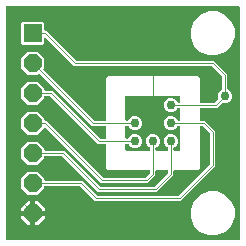
<source format=gbr>
G04 EAGLE Gerber RS-274X export*
G75*
%MOMM*%
%FSLAX34Y34*%
%LPD*%
%INBottom Copper*%
%IPPOS*%
%AMOC8*
5,1,8,0,0,1.08239X$1,22.5*%
G01*
%ADD10R,1.524000X1.524000*%
%ADD11P,1.649562X8X22.500000*%
%ADD12C,0.025400*%
%ADD13C,0.762000*%
%ADD14C,0.012700*%

G36*
X199702Y2549D02*
X199702Y2549D01*
X199760Y2547D01*
X199842Y2569D01*
X199926Y2581D01*
X199979Y2604D01*
X200035Y2619D01*
X200108Y2662D01*
X200185Y2697D01*
X200230Y2735D01*
X200280Y2764D01*
X200338Y2826D01*
X200402Y2880D01*
X200434Y2929D01*
X200474Y2972D01*
X200513Y3047D01*
X200560Y3117D01*
X200577Y3173D01*
X200604Y3225D01*
X200615Y3293D01*
X200645Y3388D01*
X200648Y3488D01*
X200659Y3556D01*
X200659Y199644D01*
X200651Y199702D01*
X200653Y199760D01*
X200631Y199842D01*
X200619Y199926D01*
X200596Y199979D01*
X200581Y200035D01*
X200538Y200108D01*
X200503Y200185D01*
X200465Y200230D01*
X200436Y200280D01*
X200374Y200338D01*
X200320Y200402D01*
X200271Y200434D01*
X200228Y200474D01*
X200153Y200513D01*
X200083Y200560D01*
X200027Y200577D01*
X199975Y200604D01*
X199907Y200615D01*
X199812Y200645D01*
X199712Y200648D01*
X199644Y200659D01*
X3556Y200659D01*
X3498Y200651D01*
X3440Y200653D01*
X3358Y200631D01*
X3274Y200619D01*
X3221Y200596D01*
X3165Y200581D01*
X3092Y200538D01*
X3015Y200503D01*
X2970Y200465D01*
X2920Y200436D01*
X2862Y200374D01*
X2798Y200320D01*
X2766Y200271D01*
X2726Y200228D01*
X2687Y200153D01*
X2640Y200083D01*
X2623Y200027D01*
X2596Y199975D01*
X2585Y199907D01*
X2555Y199812D01*
X2552Y199712D01*
X2541Y199644D01*
X2541Y3556D01*
X2549Y3498D01*
X2547Y3440D01*
X2569Y3358D01*
X2581Y3274D01*
X2604Y3221D01*
X2619Y3165D01*
X2662Y3092D01*
X2697Y3015D01*
X2735Y2970D01*
X2764Y2920D01*
X2826Y2862D01*
X2880Y2798D01*
X2929Y2766D01*
X2972Y2726D01*
X3047Y2687D01*
X3117Y2640D01*
X3173Y2623D01*
X3225Y2596D01*
X3293Y2585D01*
X3388Y2555D01*
X3488Y2552D01*
X3556Y2541D01*
X199644Y2541D01*
X199702Y2549D01*
G37*
%LPC*%
G36*
X77845Y35940D02*
X77845Y35940D01*
X65443Y48343D01*
X65373Y48395D01*
X65309Y48455D01*
X65260Y48481D01*
X65216Y48514D01*
X65134Y48545D01*
X65056Y48585D01*
X65008Y48593D01*
X64950Y48615D01*
X64802Y48627D01*
X64725Y48640D01*
X36068Y48640D01*
X36010Y48632D01*
X35952Y48634D01*
X35870Y48612D01*
X35786Y48600D01*
X35733Y48577D01*
X35677Y48562D01*
X35604Y48519D01*
X35527Y48484D01*
X35482Y48446D01*
X35432Y48417D01*
X35374Y48355D01*
X35310Y48301D01*
X35278Y48252D01*
X35238Y48209D01*
X35199Y48134D01*
X35152Y48064D01*
X35135Y48008D01*
X35108Y47956D01*
X35097Y47888D01*
X35067Y47793D01*
X35064Y47693D01*
X35053Y47625D01*
X35053Y46802D01*
X29398Y41147D01*
X21402Y41147D01*
X15747Y46802D01*
X15747Y54798D01*
X21402Y60453D01*
X29398Y60453D01*
X35053Y54798D01*
X35053Y53975D01*
X35061Y53917D01*
X35059Y53859D01*
X35081Y53777D01*
X35093Y53693D01*
X35116Y53640D01*
X35131Y53584D01*
X35174Y53511D01*
X35209Y53434D01*
X35247Y53389D01*
X35276Y53339D01*
X35338Y53281D01*
X35392Y53217D01*
X35441Y53185D01*
X35484Y53145D01*
X35559Y53106D01*
X35629Y53059D01*
X35685Y53042D01*
X35737Y53015D01*
X35805Y53004D01*
X35900Y52974D01*
X36000Y52971D01*
X36068Y52960D01*
X66935Y52960D01*
X79337Y40557D01*
X79407Y40505D01*
X79471Y40445D01*
X79520Y40419D01*
X79564Y40386D01*
X79646Y40355D01*
X79724Y40315D01*
X79772Y40307D01*
X79830Y40285D01*
X79978Y40273D01*
X80055Y40260D01*
X148545Y40260D01*
X148631Y40272D01*
X148719Y40275D01*
X148772Y40292D01*
X148826Y40300D01*
X148906Y40335D01*
X148989Y40362D01*
X149029Y40390D01*
X149086Y40416D01*
X149199Y40512D01*
X149263Y40557D01*
X175343Y66637D01*
X175395Y66707D01*
X175455Y66771D01*
X175481Y66820D01*
X175514Y66864D01*
X175545Y66946D01*
X175585Y67024D01*
X175593Y67072D01*
X175615Y67130D01*
X175627Y67278D01*
X175640Y67355D01*
X175640Y92665D01*
X175628Y92751D01*
X175625Y92839D01*
X175608Y92892D01*
X175600Y92946D01*
X175565Y93026D01*
X175538Y93109D01*
X175510Y93149D01*
X175484Y93206D01*
X175388Y93319D01*
X175343Y93383D01*
X169583Y99143D01*
X169513Y99195D01*
X169449Y99255D01*
X169400Y99281D01*
X169356Y99314D01*
X169274Y99345D01*
X169196Y99385D01*
X169148Y99393D01*
X169090Y99415D01*
X168942Y99427D01*
X168865Y99440D01*
X167513Y99440D01*
X167455Y99432D01*
X167397Y99434D01*
X167315Y99412D01*
X167231Y99400D01*
X167178Y99377D01*
X167122Y99362D01*
X167049Y99319D01*
X166972Y99284D01*
X166927Y99246D01*
X166877Y99217D01*
X166819Y99155D01*
X166755Y99101D01*
X166723Y99052D01*
X166683Y99009D01*
X166644Y98934D01*
X166597Y98864D01*
X166580Y98808D01*
X166553Y98756D01*
X166542Y98688D01*
X166512Y98593D01*
X166509Y98493D01*
X166498Y98425D01*
X166498Y63293D01*
X165307Y62102D01*
X151143Y62102D01*
X151137Y62103D01*
X145415Y62103D01*
X145357Y62095D01*
X145299Y62097D01*
X145217Y62075D01*
X145133Y62063D01*
X145080Y62040D01*
X145024Y62025D01*
X144951Y61982D01*
X144874Y61947D01*
X144829Y61909D01*
X144779Y61880D01*
X144721Y61818D01*
X144657Y61764D01*
X144625Y61715D01*
X144585Y61672D01*
X144546Y61597D01*
X144499Y61527D01*
X144482Y61471D01*
X144455Y61419D01*
X144444Y61351D01*
X144414Y61256D01*
X144411Y61156D01*
X144400Y61088D01*
X144400Y57525D01*
X130435Y43560D01*
X80385Y43560D01*
X50203Y73743D01*
X50133Y73795D01*
X50069Y73855D01*
X50020Y73881D01*
X49976Y73914D01*
X49894Y73945D01*
X49816Y73985D01*
X49768Y73993D01*
X49710Y74015D01*
X49562Y74027D01*
X49485Y74040D01*
X36068Y74040D01*
X36010Y74032D01*
X35952Y74034D01*
X35870Y74012D01*
X35786Y74000D01*
X35733Y73977D01*
X35677Y73962D01*
X35604Y73919D01*
X35527Y73884D01*
X35482Y73846D01*
X35432Y73817D01*
X35374Y73755D01*
X35310Y73701D01*
X35278Y73652D01*
X35238Y73609D01*
X35199Y73534D01*
X35152Y73464D01*
X35135Y73408D01*
X35108Y73356D01*
X35097Y73288D01*
X35067Y73193D01*
X35064Y73093D01*
X35053Y73025D01*
X35053Y72202D01*
X29398Y66547D01*
X21402Y66547D01*
X15747Y72202D01*
X15747Y80198D01*
X21402Y85853D01*
X29398Y85853D01*
X35053Y80198D01*
X35053Y79375D01*
X35061Y79317D01*
X35059Y79259D01*
X35081Y79177D01*
X35093Y79093D01*
X35116Y79040D01*
X35131Y78984D01*
X35174Y78911D01*
X35209Y78834D01*
X35247Y78789D01*
X35276Y78739D01*
X35338Y78681D01*
X35392Y78617D01*
X35441Y78585D01*
X35484Y78545D01*
X35559Y78506D01*
X35629Y78459D01*
X35685Y78442D01*
X35737Y78415D01*
X35805Y78404D01*
X35900Y78374D01*
X36000Y78371D01*
X36068Y78360D01*
X51695Y78360D01*
X81877Y48177D01*
X81947Y48125D01*
X82011Y48065D01*
X82060Y48039D01*
X82104Y48006D01*
X82186Y47975D01*
X82264Y47935D01*
X82312Y47927D01*
X82370Y47905D01*
X82518Y47893D01*
X82595Y47880D01*
X128225Y47880D01*
X128311Y47892D01*
X128399Y47895D01*
X128452Y47912D01*
X128506Y47920D01*
X128586Y47955D01*
X128669Y47982D01*
X128709Y48010D01*
X128766Y48036D01*
X128879Y48132D01*
X128943Y48177D01*
X139783Y59017D01*
X139835Y59087D01*
X139895Y59151D01*
X139921Y59200D01*
X139954Y59244D01*
X139985Y59326D01*
X140025Y59404D01*
X140033Y59452D01*
X140055Y59510D01*
X140067Y59658D01*
X140080Y59735D01*
X140080Y61088D01*
X140072Y61146D01*
X140074Y61204D01*
X140052Y61286D01*
X140040Y61370D01*
X140017Y61423D01*
X140002Y61479D01*
X139959Y61552D01*
X139924Y61629D01*
X139886Y61674D01*
X139857Y61724D01*
X139795Y61782D01*
X139741Y61846D01*
X139692Y61878D01*
X139649Y61918D01*
X139574Y61957D01*
X139504Y62004D01*
X139448Y62021D01*
X139396Y62048D01*
X139328Y62059D01*
X139233Y62089D01*
X139133Y62092D01*
X139065Y62103D01*
X130175Y62103D01*
X130117Y62095D01*
X130059Y62097D01*
X129977Y62075D01*
X129893Y62063D01*
X129840Y62040D01*
X129784Y62025D01*
X129711Y61982D01*
X129634Y61947D01*
X129589Y61909D01*
X129539Y61880D01*
X129481Y61818D01*
X129417Y61764D01*
X129385Y61715D01*
X129345Y61672D01*
X129306Y61597D01*
X129259Y61527D01*
X129242Y61471D01*
X129215Y61419D01*
X129204Y61351D01*
X129174Y61256D01*
X129171Y61156D01*
X129160Y61088D01*
X129160Y57525D01*
X122815Y51180D01*
X82925Y51180D01*
X36496Y97609D01*
X36450Y97645D01*
X36409Y97687D01*
X36336Y97730D01*
X36269Y97780D01*
X36214Y97801D01*
X36164Y97831D01*
X36082Y97851D01*
X36003Y97882D01*
X35945Y97886D01*
X35888Y97901D01*
X35804Y97898D01*
X35720Y97905D01*
X35663Y97894D01*
X35604Y97892D01*
X35524Y97866D01*
X35441Y97849D01*
X35389Y97822D01*
X35334Y97804D01*
X35278Y97764D01*
X35189Y97718D01*
X35117Y97650D01*
X35060Y97609D01*
X29398Y91947D01*
X21402Y91947D01*
X15747Y97602D01*
X15747Y105598D01*
X21402Y111253D01*
X29398Y111253D01*
X35053Y105598D01*
X35053Y104775D01*
X35061Y104717D01*
X35059Y104659D01*
X35081Y104577D01*
X35093Y104493D01*
X35116Y104440D01*
X35131Y104384D01*
X35174Y104311D01*
X35209Y104234D01*
X35247Y104189D01*
X35276Y104139D01*
X35338Y104081D01*
X35392Y104017D01*
X35441Y103985D01*
X35484Y103945D01*
X35559Y103906D01*
X35629Y103859D01*
X35685Y103842D01*
X35737Y103815D01*
X35805Y103804D01*
X35900Y103774D01*
X36000Y103771D01*
X36068Y103760D01*
X36455Y103760D01*
X84417Y55797D01*
X84487Y55745D01*
X84551Y55685D01*
X84600Y55659D01*
X84644Y55626D01*
X84726Y55595D01*
X84804Y55555D01*
X84852Y55547D01*
X84910Y55525D01*
X85058Y55513D01*
X85135Y55500D01*
X120605Y55500D01*
X120691Y55512D01*
X120779Y55515D01*
X120832Y55532D01*
X120886Y55540D01*
X120966Y55575D01*
X121049Y55602D01*
X121089Y55630D01*
X121146Y55656D01*
X121259Y55752D01*
X121323Y55797D01*
X124543Y59017D01*
X124595Y59087D01*
X124655Y59151D01*
X124681Y59200D01*
X124714Y59244D01*
X124745Y59326D01*
X124785Y59404D01*
X124793Y59452D01*
X124815Y59510D01*
X124827Y59658D01*
X124840Y59735D01*
X124840Y61088D01*
X124832Y61146D01*
X124834Y61204D01*
X124812Y61286D01*
X124800Y61370D01*
X124777Y61423D01*
X124762Y61479D01*
X124719Y61552D01*
X124684Y61629D01*
X124646Y61674D01*
X124617Y61724D01*
X124555Y61782D01*
X124501Y61846D01*
X124452Y61878D01*
X124409Y61918D01*
X124334Y61957D01*
X124264Y62004D01*
X124208Y62021D01*
X124156Y62048D01*
X124088Y62059D01*
X123993Y62089D01*
X123893Y62092D01*
X123825Y62103D01*
X102864Y62103D01*
X102856Y62102D01*
X88694Y62102D01*
X87502Y63294D01*
X87502Y77458D01*
X87503Y77464D01*
X87503Y83185D01*
X87495Y83243D01*
X87497Y83301D01*
X87475Y83383D01*
X87463Y83467D01*
X87440Y83520D01*
X87425Y83576D01*
X87382Y83649D01*
X87347Y83726D01*
X87309Y83771D01*
X87280Y83821D01*
X87218Y83879D01*
X87164Y83943D01*
X87115Y83975D01*
X87072Y84015D01*
X86997Y84054D01*
X86927Y84101D01*
X86871Y84118D01*
X86819Y84145D01*
X86751Y84156D01*
X86656Y84186D01*
X86556Y84189D01*
X86488Y84200D01*
X80385Y84200D01*
X40043Y124543D01*
X39973Y124595D01*
X39909Y124655D01*
X39860Y124681D01*
X39816Y124714D01*
X39734Y124745D01*
X39656Y124785D01*
X39608Y124793D01*
X39550Y124815D01*
X39402Y124827D01*
X39325Y124840D01*
X36068Y124840D01*
X36010Y124832D01*
X35952Y124834D01*
X35870Y124812D01*
X35786Y124800D01*
X35733Y124777D01*
X35677Y124762D01*
X35604Y124719D01*
X35527Y124684D01*
X35482Y124646D01*
X35432Y124617D01*
X35374Y124555D01*
X35310Y124501D01*
X35278Y124452D01*
X35238Y124409D01*
X35199Y124334D01*
X35152Y124264D01*
X35135Y124208D01*
X35108Y124156D01*
X35097Y124088D01*
X35067Y123993D01*
X35064Y123893D01*
X35053Y123825D01*
X35053Y123002D01*
X29398Y117347D01*
X21402Y117347D01*
X15747Y123002D01*
X15747Y130998D01*
X21402Y136653D01*
X29398Y136653D01*
X35053Y130998D01*
X35053Y130175D01*
X35061Y130117D01*
X35059Y130059D01*
X35081Y129977D01*
X35093Y129893D01*
X35116Y129840D01*
X35131Y129784D01*
X35174Y129711D01*
X35209Y129634D01*
X35247Y129589D01*
X35276Y129539D01*
X35338Y129481D01*
X35392Y129417D01*
X35441Y129385D01*
X35484Y129345D01*
X35559Y129306D01*
X35629Y129259D01*
X35685Y129242D01*
X35737Y129215D01*
X35805Y129204D01*
X35900Y129174D01*
X36000Y129171D01*
X36068Y129160D01*
X41535Y129160D01*
X81877Y88817D01*
X81947Y88765D01*
X82011Y88705D01*
X82060Y88679D01*
X82104Y88646D01*
X82186Y88615D01*
X82264Y88575D01*
X82312Y88567D01*
X82370Y88545D01*
X82518Y88533D01*
X82595Y88520D01*
X86488Y88520D01*
X86546Y88528D01*
X86604Y88526D01*
X86686Y88548D01*
X86770Y88560D01*
X86823Y88583D01*
X86879Y88598D01*
X86952Y88641D01*
X87029Y88676D01*
X87074Y88714D01*
X87124Y88743D01*
X87182Y88805D01*
X87246Y88859D01*
X87278Y88908D01*
X87318Y88951D01*
X87357Y89026D01*
X87404Y89096D01*
X87421Y89152D01*
X87448Y89204D01*
X87459Y89272D01*
X87489Y89367D01*
X87492Y89467D01*
X87503Y89535D01*
X87503Y98425D01*
X87495Y98483D01*
X87497Y98541D01*
X87475Y98623D01*
X87463Y98707D01*
X87440Y98760D01*
X87425Y98816D01*
X87382Y98889D01*
X87347Y98966D01*
X87309Y99011D01*
X87280Y99061D01*
X87218Y99119D01*
X87164Y99183D01*
X87115Y99215D01*
X87072Y99255D01*
X86997Y99294D01*
X86927Y99341D01*
X86871Y99358D01*
X86819Y99385D01*
X86751Y99396D01*
X86656Y99426D01*
X86556Y99429D01*
X86488Y99440D01*
X75305Y99440D01*
X31416Y143329D01*
X31370Y143365D01*
X31329Y143407D01*
X31256Y143450D01*
X31189Y143500D01*
X31134Y143521D01*
X31084Y143551D01*
X31002Y143572D01*
X30923Y143602D01*
X30865Y143606D01*
X30808Y143621D01*
X30724Y143618D01*
X30640Y143625D01*
X30583Y143614D01*
X30524Y143612D01*
X30444Y143586D01*
X30361Y143569D01*
X30309Y143542D01*
X30254Y143524D01*
X30197Y143484D01*
X30109Y143438D01*
X30037Y143370D01*
X29980Y143329D01*
X29398Y142747D01*
X21402Y142747D01*
X15747Y148402D01*
X15747Y156398D01*
X21402Y162053D01*
X29398Y162053D01*
X35053Y156398D01*
X35053Y148402D01*
X34471Y147820D01*
X34435Y147773D01*
X34393Y147733D01*
X34350Y147660D01*
X34300Y147592D01*
X34279Y147538D01*
X34249Y147487D01*
X34229Y147406D01*
X34198Y147327D01*
X34194Y147268D01*
X34179Y147212D01*
X34182Y147127D01*
X34175Y147043D01*
X34186Y146986D01*
X34188Y146928D01*
X34214Y146847D01*
X34231Y146765D01*
X34258Y146713D01*
X34276Y146657D01*
X34316Y146601D01*
X34362Y146512D01*
X34431Y146440D01*
X34471Y146384D01*
X76797Y104057D01*
X76867Y104005D01*
X76931Y103945D01*
X76980Y103919D01*
X77024Y103886D01*
X77106Y103855D01*
X77184Y103815D01*
X77232Y103807D01*
X77290Y103785D01*
X77438Y103773D01*
X77515Y103760D01*
X86488Y103760D01*
X86546Y103768D01*
X86604Y103766D01*
X86686Y103788D01*
X86770Y103800D01*
X86823Y103823D01*
X86879Y103838D01*
X86952Y103881D01*
X87029Y103916D01*
X87074Y103954D01*
X87124Y103983D01*
X87182Y104045D01*
X87246Y104099D01*
X87278Y104148D01*
X87318Y104191D01*
X87357Y104266D01*
X87404Y104336D01*
X87421Y104392D01*
X87448Y104444D01*
X87459Y104512D01*
X87489Y104607D01*
X87492Y104707D01*
X87503Y104775D01*
X87503Y125737D01*
X87502Y125745D01*
X87502Y139907D01*
X88693Y141098D01*
X165307Y141098D01*
X166498Y139907D01*
X166498Y120015D01*
X166506Y119957D01*
X166504Y119899D01*
X166526Y119817D01*
X166538Y119733D01*
X166561Y119680D01*
X166576Y119624D01*
X166619Y119551D01*
X166654Y119474D01*
X166692Y119429D01*
X166721Y119379D01*
X166783Y119321D01*
X166837Y119257D01*
X166886Y119225D01*
X166929Y119185D01*
X167004Y119146D01*
X167074Y119099D01*
X167130Y119082D01*
X167182Y119055D01*
X167250Y119044D01*
X167345Y119014D01*
X167445Y119011D01*
X167513Y119000D01*
X179025Y119000D01*
X179111Y119012D01*
X179199Y119015D01*
X179252Y119032D01*
X179306Y119040D01*
X179386Y119075D01*
X179469Y119102D01*
X179509Y119130D01*
X179566Y119156D01*
X179679Y119252D01*
X179743Y119297D01*
X182114Y121668D01*
X182115Y121669D01*
X182116Y121670D01*
X182205Y121789D01*
X182285Y121895D01*
X182285Y121897D01*
X182286Y121898D01*
X182336Y122030D01*
X182386Y122161D01*
X182386Y122163D01*
X182387Y122164D01*
X182398Y122300D01*
X182410Y122444D01*
X182409Y122446D01*
X182409Y122448D01*
X182406Y122462D01*
X182354Y122723D01*
X182340Y122750D01*
X182334Y122775D01*
X182117Y123298D01*
X182117Y125622D01*
X183007Y127770D01*
X184650Y129413D01*
X185174Y129630D01*
X185175Y129631D01*
X185176Y129631D01*
X185293Y129700D01*
X185418Y129774D01*
X185420Y129776D01*
X185421Y129776D01*
X185516Y129878D01*
X185614Y129981D01*
X185614Y129983D01*
X185615Y129984D01*
X185680Y130109D01*
X185744Y130234D01*
X185744Y130235D01*
X185745Y130237D01*
X185747Y130252D01*
X185799Y130513D01*
X185796Y130543D01*
X185800Y130568D01*
X185800Y140925D01*
X185788Y141011D01*
X185785Y141099D01*
X185768Y141152D01*
X185760Y141206D01*
X185725Y141286D01*
X185698Y141369D01*
X185670Y141409D01*
X185644Y141466D01*
X185548Y141579D01*
X185503Y141643D01*
X177203Y149943D01*
X177133Y149995D01*
X177069Y150055D01*
X177020Y150081D01*
X176976Y150114D01*
X176894Y150145D01*
X176816Y150185D01*
X176768Y150193D01*
X176710Y150215D01*
X176562Y150227D01*
X176485Y150240D01*
X60065Y150240D01*
X36786Y173520D01*
X36762Y173537D01*
X36743Y173560D01*
X36649Y173623D01*
X36559Y173691D01*
X36531Y173701D01*
X36507Y173717D01*
X36399Y173752D01*
X36293Y173792D01*
X36264Y173794D01*
X36236Y173803D01*
X36122Y173806D01*
X36010Y173815D01*
X35981Y173810D01*
X35952Y173810D01*
X35842Y173782D01*
X35731Y173760D01*
X35705Y173746D01*
X35677Y173739D01*
X35579Y173681D01*
X35479Y173629D01*
X35457Y173608D01*
X35432Y173593D01*
X35355Y173511D01*
X35273Y173433D01*
X35258Y173407D01*
X35238Y173386D01*
X35186Y173285D01*
X35129Y173188D01*
X35122Y173159D01*
X35108Y173133D01*
X35095Y173056D01*
X35059Y172912D01*
X35061Y172850D01*
X35053Y172802D01*
X35053Y169338D01*
X33862Y168147D01*
X16938Y168147D01*
X15747Y169338D01*
X15747Y186262D01*
X16938Y187453D01*
X33862Y187453D01*
X35053Y186262D01*
X35053Y180975D01*
X35061Y180917D01*
X35059Y180859D01*
X35081Y180777D01*
X35093Y180693D01*
X35116Y180640D01*
X35131Y180584D01*
X35174Y180511D01*
X35209Y180434D01*
X35247Y180389D01*
X35276Y180339D01*
X35338Y180281D01*
X35392Y180217D01*
X35441Y180185D01*
X35484Y180145D01*
X35559Y180106D01*
X35629Y180059D01*
X35685Y180042D01*
X35737Y180015D01*
X35805Y180004D01*
X35900Y179974D01*
X36000Y179971D01*
X36068Y179960D01*
X36455Y179960D01*
X38017Y178397D01*
X61557Y154857D01*
X61627Y154805D01*
X61691Y154745D01*
X61740Y154719D01*
X61784Y154686D01*
X61866Y154655D01*
X61944Y154615D01*
X61992Y154607D01*
X62050Y154585D01*
X62198Y154573D01*
X62275Y154560D01*
X178695Y154560D01*
X190120Y143135D01*
X190120Y130568D01*
X190120Y130566D01*
X190120Y130565D01*
X190140Y130424D01*
X190160Y130286D01*
X190160Y130285D01*
X190160Y130283D01*
X190219Y130154D01*
X190276Y130027D01*
X190277Y130026D01*
X190278Y130024D01*
X190368Y129918D01*
X190459Y129810D01*
X190461Y129809D01*
X190462Y129808D01*
X190474Y129800D01*
X190696Y129652D01*
X190725Y129643D01*
X190746Y129630D01*
X191270Y129413D01*
X192913Y127770D01*
X193803Y125622D01*
X193803Y123298D01*
X192913Y121150D01*
X191270Y119507D01*
X189122Y118617D01*
X186798Y118617D01*
X186275Y118834D01*
X186273Y118834D01*
X186272Y118835D01*
X186140Y118869D01*
X185999Y118905D01*
X185998Y118905D01*
X185996Y118905D01*
X185855Y118901D01*
X185715Y118897D01*
X185714Y118896D01*
X185712Y118896D01*
X185576Y118852D01*
X185444Y118810D01*
X185443Y118809D01*
X185442Y118809D01*
X185429Y118800D01*
X185208Y118652D01*
X185189Y118628D01*
X185168Y118614D01*
X181235Y114680D01*
X167513Y114680D01*
X167455Y114672D01*
X167397Y114674D01*
X167315Y114652D01*
X167231Y114640D01*
X167178Y114617D01*
X167122Y114602D01*
X167049Y114559D01*
X166972Y114524D01*
X166927Y114486D01*
X166877Y114457D01*
X166819Y114395D01*
X166755Y114341D01*
X166723Y114292D01*
X166683Y114249D01*
X166644Y114174D01*
X166597Y114104D01*
X166580Y114048D01*
X166553Y113996D01*
X166542Y113928D01*
X166512Y113833D01*
X166509Y113733D01*
X166498Y113665D01*
X166498Y104775D01*
X166506Y104717D01*
X166504Y104659D01*
X166526Y104577D01*
X166538Y104493D01*
X166561Y104440D01*
X166576Y104384D01*
X166619Y104311D01*
X166654Y104234D01*
X166692Y104189D01*
X166721Y104139D01*
X166783Y104081D01*
X166837Y104017D01*
X166886Y103985D01*
X166929Y103945D01*
X167004Y103906D01*
X167074Y103859D01*
X167130Y103842D01*
X167182Y103815D01*
X167250Y103804D01*
X167345Y103774D01*
X167445Y103771D01*
X167513Y103760D01*
X171075Y103760D01*
X179960Y94875D01*
X179960Y65145D01*
X150755Y35940D01*
X77845Y35940D01*
G37*
%LPD*%
G36*
X123883Y78241D02*
X123883Y78241D01*
X123941Y78239D01*
X124023Y78261D01*
X124107Y78273D01*
X124160Y78296D01*
X124216Y78311D01*
X124289Y78354D01*
X124366Y78389D01*
X124411Y78427D01*
X124461Y78456D01*
X124519Y78518D01*
X124583Y78572D01*
X124615Y78621D01*
X124655Y78664D01*
X124694Y78739D01*
X124741Y78809D01*
X124758Y78865D01*
X124785Y78917D01*
X124796Y78985D01*
X124826Y79080D01*
X124829Y79180D01*
X124840Y79248D01*
X124840Y80252D01*
X124840Y80254D01*
X124840Y80255D01*
X124821Y80389D01*
X124800Y80534D01*
X124800Y80535D01*
X124800Y80537D01*
X124741Y80666D01*
X124684Y80793D01*
X124683Y80794D01*
X124682Y80796D01*
X124594Y80900D01*
X124501Y81010D01*
X124499Y81011D01*
X124498Y81012D01*
X124486Y81020D01*
X124264Y81168D01*
X124235Y81177D01*
X124214Y81190D01*
X123690Y81407D01*
X122047Y83050D01*
X121157Y85198D01*
X121157Y87522D01*
X122047Y89670D01*
X123690Y91313D01*
X125838Y92203D01*
X128162Y92203D01*
X130310Y91313D01*
X131953Y89670D01*
X132843Y87522D01*
X132843Y85198D01*
X131953Y83050D01*
X130310Y81407D01*
X129786Y81190D01*
X129785Y81189D01*
X129784Y81189D01*
X129667Y81120D01*
X129542Y81046D01*
X129540Y81044D01*
X129539Y81044D01*
X129444Y80942D01*
X129346Y80839D01*
X129346Y80837D01*
X129345Y80836D01*
X129280Y80711D01*
X129216Y80586D01*
X129216Y80585D01*
X129215Y80583D01*
X129213Y80568D01*
X129161Y80307D01*
X129164Y80277D01*
X129160Y80252D01*
X129160Y79248D01*
X129168Y79190D01*
X129166Y79132D01*
X129188Y79050D01*
X129200Y78966D01*
X129223Y78913D01*
X129238Y78857D01*
X129281Y78784D01*
X129316Y78707D01*
X129354Y78662D01*
X129383Y78612D01*
X129445Y78554D01*
X129499Y78490D01*
X129548Y78458D01*
X129591Y78418D01*
X129666Y78379D01*
X129736Y78332D01*
X129792Y78315D01*
X129844Y78288D01*
X129912Y78277D01*
X130007Y78247D01*
X130107Y78244D01*
X130175Y78233D01*
X139065Y78233D01*
X139123Y78241D01*
X139181Y78239D01*
X139263Y78261D01*
X139347Y78273D01*
X139400Y78296D01*
X139456Y78311D01*
X139529Y78354D01*
X139606Y78389D01*
X139651Y78427D01*
X139701Y78456D01*
X139759Y78518D01*
X139823Y78572D01*
X139855Y78621D01*
X139895Y78664D01*
X139934Y78739D01*
X139981Y78809D01*
X139998Y78865D01*
X140025Y78917D01*
X140036Y78985D01*
X140066Y79080D01*
X140069Y79180D01*
X140080Y79248D01*
X140080Y80252D01*
X140080Y80254D01*
X140080Y80255D01*
X140061Y80389D01*
X140040Y80534D01*
X140040Y80535D01*
X140040Y80537D01*
X139981Y80666D01*
X139924Y80793D01*
X139923Y80794D01*
X139922Y80796D01*
X139834Y80900D01*
X139741Y81010D01*
X139739Y81011D01*
X139738Y81012D01*
X139726Y81020D01*
X139504Y81168D01*
X139475Y81177D01*
X139454Y81190D01*
X138930Y81407D01*
X137287Y83050D01*
X136397Y85198D01*
X136397Y87522D01*
X137287Y89670D01*
X138930Y91313D01*
X141078Y92203D01*
X143402Y92203D01*
X145550Y91313D01*
X147193Y89670D01*
X148083Y87522D01*
X148083Y85198D01*
X147193Y83050D01*
X145550Y81407D01*
X145026Y81190D01*
X145025Y81189D01*
X145024Y81189D01*
X144907Y81120D01*
X144782Y81046D01*
X144780Y81044D01*
X144779Y81044D01*
X144684Y80942D01*
X144586Y80839D01*
X144586Y80837D01*
X144585Y80836D01*
X144520Y80711D01*
X144456Y80586D01*
X144456Y80585D01*
X144455Y80583D01*
X144453Y80568D01*
X144401Y80307D01*
X144404Y80277D01*
X144400Y80252D01*
X144400Y79248D01*
X144408Y79190D01*
X144406Y79132D01*
X144428Y79050D01*
X144440Y78966D01*
X144463Y78913D01*
X144478Y78857D01*
X144521Y78784D01*
X144556Y78707D01*
X144594Y78662D01*
X144623Y78612D01*
X144685Y78554D01*
X144739Y78490D01*
X144788Y78458D01*
X144831Y78418D01*
X144906Y78379D01*
X144976Y78332D01*
X145032Y78315D01*
X145084Y78288D01*
X145152Y78277D01*
X145247Y78247D01*
X145347Y78244D01*
X145415Y78233D01*
X149353Y78233D01*
X149411Y78241D01*
X149469Y78239D01*
X149551Y78261D01*
X149635Y78273D01*
X149688Y78296D01*
X149744Y78311D01*
X149817Y78354D01*
X149894Y78389D01*
X149939Y78427D01*
X149989Y78456D01*
X150047Y78518D01*
X150111Y78572D01*
X150143Y78621D01*
X150183Y78664D01*
X150222Y78739D01*
X150269Y78809D01*
X150286Y78865D01*
X150313Y78917D01*
X150324Y78985D01*
X150354Y79080D01*
X150357Y79180D01*
X150368Y79248D01*
X150368Y98425D01*
X150360Y98483D01*
X150362Y98541D01*
X150340Y98623D01*
X150328Y98707D01*
X150305Y98760D01*
X150290Y98816D01*
X150247Y98889D01*
X150212Y98966D01*
X150174Y99011D01*
X150145Y99061D01*
X150083Y99119D01*
X150029Y99183D01*
X149980Y99215D01*
X149937Y99255D01*
X149862Y99294D01*
X149792Y99341D01*
X149736Y99358D01*
X149684Y99385D01*
X149616Y99396D01*
X149521Y99426D01*
X149421Y99429D01*
X149353Y99440D01*
X148348Y99440D01*
X148346Y99440D01*
X148345Y99440D01*
X148204Y99420D01*
X148066Y99400D01*
X148065Y99400D01*
X148063Y99400D01*
X147933Y99341D01*
X147807Y99284D01*
X147806Y99283D01*
X147804Y99282D01*
X147698Y99192D01*
X147590Y99101D01*
X147589Y99099D01*
X147588Y99098D01*
X147580Y99086D01*
X147432Y98864D01*
X147423Y98835D01*
X147410Y98814D01*
X147193Y98290D01*
X145550Y96647D01*
X143402Y95757D01*
X141078Y95757D01*
X138930Y96647D01*
X137287Y98290D01*
X136397Y100438D01*
X136397Y102762D01*
X137287Y104910D01*
X138930Y106553D01*
X141078Y107443D01*
X143402Y107443D01*
X145550Y106553D01*
X147193Y104910D01*
X147410Y104386D01*
X147411Y104385D01*
X147411Y104384D01*
X147480Y104267D01*
X147554Y104142D01*
X147556Y104140D01*
X147556Y104139D01*
X147658Y104044D01*
X147761Y103946D01*
X147763Y103946D01*
X147764Y103945D01*
X147889Y103880D01*
X148014Y103816D01*
X148015Y103816D01*
X148017Y103815D01*
X148032Y103813D01*
X148293Y103761D01*
X148323Y103764D01*
X148348Y103760D01*
X149353Y103760D01*
X149411Y103768D01*
X149469Y103766D01*
X149551Y103788D01*
X149635Y103800D01*
X149688Y103823D01*
X149744Y103838D01*
X149817Y103881D01*
X149894Y103916D01*
X149939Y103954D01*
X149989Y103983D01*
X150047Y104045D01*
X150111Y104099D01*
X150143Y104148D01*
X150183Y104191D01*
X150222Y104266D01*
X150269Y104336D01*
X150286Y104392D01*
X150313Y104444D01*
X150324Y104512D01*
X150354Y104607D01*
X150357Y104707D01*
X150368Y104775D01*
X150368Y113665D01*
X150360Y113723D01*
X150362Y113781D01*
X150340Y113863D01*
X150328Y113947D01*
X150305Y114000D01*
X150290Y114056D01*
X150247Y114129D01*
X150212Y114206D01*
X150174Y114251D01*
X150145Y114301D01*
X150083Y114359D01*
X150029Y114423D01*
X149980Y114455D01*
X149937Y114495D01*
X149862Y114534D01*
X149792Y114581D01*
X149736Y114598D01*
X149684Y114625D01*
X149616Y114636D01*
X149521Y114666D01*
X149421Y114669D01*
X149353Y114680D01*
X148348Y114680D01*
X148346Y114680D01*
X148345Y114680D01*
X148204Y114660D01*
X148066Y114640D01*
X148065Y114640D01*
X148063Y114640D01*
X147933Y114581D01*
X147807Y114524D01*
X147806Y114523D01*
X147804Y114522D01*
X147698Y114432D01*
X147590Y114341D01*
X147589Y114339D01*
X147588Y114338D01*
X147580Y114326D01*
X147432Y114104D01*
X147423Y114075D01*
X147410Y114054D01*
X147193Y113530D01*
X145550Y111887D01*
X143402Y110997D01*
X141078Y110997D01*
X138930Y111887D01*
X137287Y113530D01*
X136397Y115678D01*
X136397Y118002D01*
X137287Y120150D01*
X138930Y121793D01*
X141078Y122683D01*
X143402Y122683D01*
X145550Y121793D01*
X147193Y120150D01*
X147410Y119626D01*
X147411Y119625D01*
X147411Y119624D01*
X147480Y119507D01*
X147554Y119382D01*
X147556Y119380D01*
X147556Y119379D01*
X147658Y119284D01*
X147761Y119186D01*
X147763Y119186D01*
X147764Y119185D01*
X147889Y119120D01*
X148014Y119056D01*
X148015Y119056D01*
X148017Y119055D01*
X148032Y119053D01*
X148293Y119001D01*
X148323Y119004D01*
X148348Y119000D01*
X149353Y119000D01*
X149411Y119008D01*
X149469Y119006D01*
X149551Y119028D01*
X149635Y119040D01*
X149688Y119063D01*
X149744Y119078D01*
X149817Y119121D01*
X149894Y119156D01*
X149939Y119194D01*
X149989Y119223D01*
X150047Y119285D01*
X150111Y119339D01*
X150143Y119388D01*
X150183Y119431D01*
X150222Y119506D01*
X150269Y119576D01*
X150286Y119632D01*
X150313Y119684D01*
X150324Y119752D01*
X150354Y119847D01*
X150357Y119947D01*
X150368Y120015D01*
X150368Y123953D01*
X150360Y124011D01*
X150362Y124069D01*
X150340Y124151D01*
X150328Y124235D01*
X150305Y124288D01*
X150290Y124344D01*
X150247Y124417D01*
X150212Y124494D01*
X150174Y124539D01*
X150145Y124589D01*
X150083Y124647D01*
X150029Y124711D01*
X149980Y124743D01*
X149937Y124783D01*
X149862Y124822D01*
X149792Y124869D01*
X149736Y124886D01*
X149684Y124913D01*
X149616Y124924D01*
X149521Y124954D01*
X149421Y124957D01*
X149353Y124968D01*
X104648Y124968D01*
X104590Y124960D01*
X104532Y124962D01*
X104450Y124940D01*
X104366Y124928D01*
X104313Y124905D01*
X104257Y124890D01*
X104184Y124847D01*
X104107Y124812D01*
X104062Y124774D01*
X104012Y124745D01*
X103954Y124683D01*
X103890Y124629D01*
X103858Y124580D01*
X103818Y124537D01*
X103779Y124462D01*
X103732Y124392D01*
X103715Y124336D01*
X103688Y124284D01*
X103677Y124216D01*
X103647Y124121D01*
X103644Y124021D01*
X103633Y123953D01*
X103633Y104775D01*
X103641Y104717D01*
X103639Y104659D01*
X103661Y104577D01*
X103673Y104493D01*
X103696Y104440D01*
X103711Y104384D01*
X103754Y104311D01*
X103789Y104234D01*
X103827Y104189D01*
X103856Y104139D01*
X103918Y104081D01*
X103972Y104017D01*
X104021Y103985D01*
X104064Y103945D01*
X104139Y103906D01*
X104209Y103859D01*
X104265Y103842D01*
X104317Y103815D01*
X104385Y103804D01*
X104480Y103774D01*
X104580Y103771D01*
X104648Y103760D01*
X105652Y103760D01*
X105654Y103760D01*
X105655Y103760D01*
X105796Y103780D01*
X105934Y103800D01*
X105935Y103800D01*
X105937Y103800D01*
X106066Y103859D01*
X106193Y103916D01*
X106194Y103917D01*
X106196Y103918D01*
X106302Y104008D01*
X106410Y104099D01*
X106411Y104101D01*
X106412Y104102D01*
X106420Y104114D01*
X106568Y104336D01*
X106577Y104365D01*
X106590Y104386D01*
X106807Y104910D01*
X108450Y106553D01*
X110598Y107443D01*
X112922Y107443D01*
X115070Y106553D01*
X116713Y104910D01*
X117603Y102762D01*
X117603Y100438D01*
X116713Y98290D01*
X115070Y96647D01*
X112922Y95757D01*
X110598Y95757D01*
X108450Y96647D01*
X106807Y98290D01*
X106590Y98814D01*
X106589Y98815D01*
X106589Y98816D01*
X106520Y98933D01*
X106446Y99058D01*
X106444Y99060D01*
X106444Y99061D01*
X106342Y99156D01*
X106239Y99254D01*
X106237Y99254D01*
X106236Y99255D01*
X106111Y99320D01*
X105986Y99384D01*
X105985Y99384D01*
X105983Y99385D01*
X105968Y99387D01*
X105707Y99439D01*
X105677Y99436D01*
X105652Y99440D01*
X104648Y99440D01*
X104590Y99432D01*
X104532Y99434D01*
X104450Y99412D01*
X104366Y99400D01*
X104313Y99377D01*
X104257Y99362D01*
X104184Y99319D01*
X104107Y99284D01*
X104062Y99246D01*
X104012Y99217D01*
X103954Y99155D01*
X103890Y99101D01*
X103858Y99052D01*
X103818Y99009D01*
X103779Y98934D01*
X103732Y98864D01*
X103715Y98808D01*
X103688Y98756D01*
X103677Y98688D01*
X103647Y98593D01*
X103644Y98493D01*
X103633Y98425D01*
X103633Y89535D01*
X103641Y89477D01*
X103639Y89419D01*
X103661Y89337D01*
X103673Y89253D01*
X103696Y89200D01*
X103711Y89144D01*
X103754Y89071D01*
X103789Y88994D01*
X103827Y88949D01*
X103856Y88899D01*
X103918Y88841D01*
X103972Y88777D01*
X104021Y88745D01*
X104064Y88705D01*
X104139Y88666D01*
X104209Y88619D01*
X104265Y88602D01*
X104317Y88575D01*
X104385Y88564D01*
X104480Y88534D01*
X104580Y88531D01*
X104648Y88520D01*
X105652Y88520D01*
X105654Y88520D01*
X105655Y88520D01*
X105796Y88540D01*
X105934Y88560D01*
X105935Y88560D01*
X105937Y88560D01*
X106066Y88619D01*
X106193Y88676D01*
X106194Y88677D01*
X106196Y88678D01*
X106302Y88768D01*
X106410Y88859D01*
X106411Y88861D01*
X106412Y88862D01*
X106420Y88874D01*
X106568Y89096D01*
X106577Y89125D01*
X106590Y89146D01*
X106807Y89670D01*
X108450Y91313D01*
X110598Y92203D01*
X112922Y92203D01*
X115070Y91313D01*
X116713Y89670D01*
X117603Y87522D01*
X117603Y85198D01*
X116713Y83050D01*
X115070Y81407D01*
X112922Y80517D01*
X110598Y80517D01*
X108450Y81407D01*
X106807Y83050D01*
X106590Y83574D01*
X106589Y83575D01*
X106589Y83576D01*
X106520Y83693D01*
X106446Y83818D01*
X106444Y83820D01*
X106444Y83821D01*
X106342Y83916D01*
X106239Y84014D01*
X106237Y84014D01*
X106236Y84015D01*
X106111Y84080D01*
X105986Y84144D01*
X105985Y84144D01*
X105983Y84145D01*
X105968Y84147D01*
X105707Y84199D01*
X105677Y84196D01*
X105652Y84200D01*
X104648Y84200D01*
X104590Y84192D01*
X104532Y84194D01*
X104450Y84172D01*
X104366Y84160D01*
X104313Y84137D01*
X104257Y84122D01*
X104184Y84079D01*
X104107Y84044D01*
X104062Y84006D01*
X104012Y83977D01*
X103954Y83915D01*
X103890Y83861D01*
X103858Y83812D01*
X103818Y83769D01*
X103779Y83694D01*
X103732Y83624D01*
X103715Y83568D01*
X103688Y83516D01*
X103677Y83448D01*
X103647Y83353D01*
X103644Y83253D01*
X103633Y83185D01*
X103633Y79248D01*
X103641Y79190D01*
X103639Y79132D01*
X103661Y79050D01*
X103673Y78966D01*
X103696Y78913D01*
X103711Y78857D01*
X103754Y78784D01*
X103789Y78707D01*
X103827Y78662D01*
X103856Y78612D01*
X103918Y78554D01*
X103972Y78490D01*
X104021Y78458D01*
X104064Y78418D01*
X104139Y78379D01*
X104209Y78332D01*
X104265Y78315D01*
X104317Y78288D01*
X104385Y78277D01*
X104480Y78247D01*
X104580Y78244D01*
X104648Y78233D01*
X123825Y78233D01*
X123883Y78241D01*
G37*
%LPC*%
G36*
X174112Y159259D02*
X174112Y159259D01*
X167297Y162082D01*
X162082Y167297D01*
X159259Y174112D01*
X159259Y181488D01*
X162082Y188303D01*
X167297Y193518D01*
X174112Y196341D01*
X181488Y196341D01*
X188303Y193518D01*
X193518Y188303D01*
X196341Y181488D01*
X196341Y174112D01*
X193518Y167297D01*
X188303Y162082D01*
X181488Y159259D01*
X174112Y159259D01*
G37*
%LPD*%
%LPC*%
G36*
X174112Y6859D02*
X174112Y6859D01*
X167297Y9682D01*
X162082Y14897D01*
X159259Y21712D01*
X159259Y29088D01*
X162082Y35903D01*
X167297Y41118D01*
X174112Y43941D01*
X181488Y43941D01*
X188303Y41118D01*
X193518Y35903D01*
X196341Y29088D01*
X196341Y21712D01*
X193518Y14897D01*
X188303Y9682D01*
X181488Y6859D01*
X174112Y6859D01*
G37*
%LPD*%
%LPC*%
G36*
X27431Y27431D02*
X27431Y27431D01*
X27431Y35561D01*
X29609Y35561D01*
X35561Y29609D01*
X35561Y27431D01*
X27431Y27431D01*
G37*
%LPD*%
%LPC*%
G36*
X15239Y27431D02*
X15239Y27431D01*
X15239Y29609D01*
X21191Y35561D01*
X23369Y35561D01*
X23369Y27431D01*
X15239Y27431D01*
G37*
%LPD*%
%LPC*%
G36*
X27431Y15239D02*
X27431Y15239D01*
X27431Y23369D01*
X35561Y23369D01*
X35561Y21191D01*
X29609Y15239D01*
X27431Y15239D01*
G37*
%LPD*%
%LPC*%
G36*
X21191Y15239D02*
X21191Y15239D01*
X15239Y21191D01*
X15239Y23369D01*
X23369Y23369D01*
X23369Y15239D01*
X21191Y15239D01*
G37*
%LPD*%
%LPC*%
G36*
X25399Y25399D02*
X25399Y25399D01*
X25399Y25401D01*
X25401Y25401D01*
X25401Y25399D01*
X25399Y25399D01*
G37*
%LPD*%
D10*
X25400Y177800D03*
D11*
X25400Y152400D03*
X25400Y127000D03*
X25400Y101600D03*
X25400Y76200D03*
X25400Y50800D03*
X25400Y25400D03*
D12*
X25400Y76200D02*
X50800Y76200D01*
X81280Y45720D01*
X129540Y45720D01*
X142240Y58420D01*
X142240Y86360D01*
D13*
X142240Y86360D03*
D12*
X127000Y86360D02*
X127000Y58420D01*
X121920Y53340D01*
X83820Y53340D01*
X35560Y101600D01*
X25400Y101600D01*
D13*
X127000Y86360D03*
D14*
X124460Y144780D02*
X53340Y144780D01*
X124460Y144780D02*
X127000Y142240D01*
X53340Y144780D02*
X33020Y165100D01*
X15240Y165100D01*
X10160Y160020D01*
X10160Y40640D01*
X25400Y25400D01*
X127000Y116840D02*
X127000Y142240D01*
D13*
X111760Y116840D03*
X127000Y116840D03*
D12*
X142240Y116840D02*
X180340Y116840D01*
X187960Y124460D01*
X187960Y142240D01*
X177800Y152400D01*
X60960Y152400D01*
X35560Y177800D01*
X25400Y177800D01*
D13*
X142240Y116840D03*
X187960Y124460D03*
D12*
X66040Y50800D02*
X25400Y50800D01*
X66040Y50800D02*
X78740Y38100D01*
X149860Y38100D01*
X177800Y66040D01*
X177800Y93980D01*
X170180Y101600D01*
X142240Y101600D01*
D13*
X142240Y101600D03*
D12*
X111760Y86360D02*
X81280Y86360D01*
X40640Y127000D01*
X25400Y127000D01*
D13*
X111760Y86360D03*
D12*
X111760Y101600D02*
X76200Y101600D01*
X25400Y152400D01*
D13*
X111760Y101600D03*
M02*

</source>
